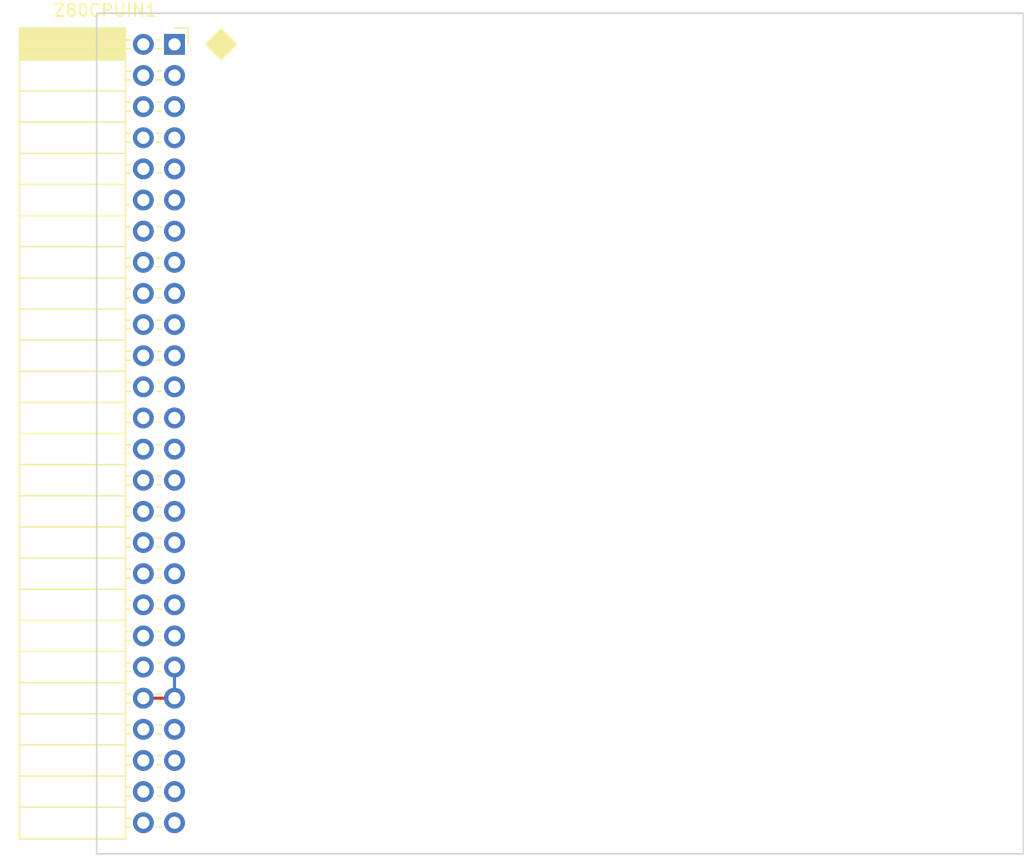
<source format=kicad_pcb>
(kicad_pcb (version 20171130) (host pcbnew "(5.1.4)-1")

  (general
    (thickness 1.6)
    (drawings 5)
    (tracks 2)
    (zones 0)
    (modules 1)
    (nets 51)
  )

  (page A4)
  (layers
    (0 F.Cu signal)
    (31 B.Cu signal)
    (32 B.Adhes user)
    (33 F.Adhes user)
    (34 B.Paste user)
    (35 F.Paste user)
    (36 B.SilkS user)
    (37 F.SilkS user)
    (38 B.Mask user)
    (39 F.Mask user)
    (40 Dwgs.User user)
    (41 Cmts.User user)
    (42 Eco1.User user)
    (43 Eco2.User user)
    (44 Edge.Cuts user)
    (45 Margin user)
    (46 B.CrtYd user)
    (47 F.CrtYd user)
    (48 B.Fab user)
    (49 F.Fab user)
  )

  (setup
    (last_trace_width 0.25)
    (trace_clearance 0.2)
    (zone_clearance 0.508)
    (zone_45_only no)
    (trace_min 0.2)
    (via_size 0.8)
    (via_drill 0.4)
    (via_min_size 0.4)
    (via_min_drill 0.3)
    (uvia_size 0.3)
    (uvia_drill 0.1)
    (uvias_allowed no)
    (uvia_min_size 0.2)
    (uvia_min_drill 0.1)
    (edge_width 0.05)
    (segment_width 0.2)
    (pcb_text_width 0.3)
    (pcb_text_size 1.5 1.5)
    (mod_edge_width 0.12)
    (mod_text_size 1 1)
    (mod_text_width 0.15)
    (pad_size 1.524 1.524)
    (pad_drill 0.762)
    (pad_to_mask_clearance 0.051)
    (solder_mask_min_width 0.25)
    (aux_axis_origin 0 0)
    (visible_elements 7FFFFFFF)
    (pcbplotparams
      (layerselection 0x010fc_ffffffff)
      (usegerberextensions false)
      (usegerberattributes false)
      (usegerberadvancedattributes false)
      (creategerberjobfile false)
      (excludeedgelayer true)
      (linewidth 0.100000)
      (plotframeref false)
      (viasonmask false)
      (mode 1)
      (useauxorigin false)
      (hpglpennumber 1)
      (hpglpenspeed 20)
      (hpglpendiameter 15.000000)
      (psnegative false)
      (psa4output false)
      (plotreference true)
      (plotvalue true)
      (plotinvisibletext false)
      (padsonsilk false)
      (subtractmaskfromsilk false)
      (outputformat 1)
      (mirror false)
      (drillshape 1)
      (scaleselection 1)
      (outputdirectory ""))
  )

  (net 0 "")
  (net 1 GND)
  (net 2 /~INT)
  (net 3 /~NMI)
  (net 4 /+9Vsm)
  (net 5 /~HALT)
  (net 6 /+5V)
  (net 7 /~MREQ)
  (net 8 /~CPUCLK)
  (net 9 /~IOREQ)
  (net 10 /A11)
  (net 11 /~RD)
  (net 12 /A12)
  (net 13 /~WR)
  (net 14 /A13)
  (net 15 /~BUSAK)
  (net 16 /A14)
  (net 17 /~WAIT)
  (net 18 /A15)
  (net 19 /~BUSRQ)
  (net 20 /DA4)
  (net 21 /~RESET)
  (net 22 /DA3)
  (net 23 /~M1)
  (net 24 /DA5)
  (net 25 /~REFSH)
  (net 26 /A2)
  (net 27 /A6)
  (net 28 /A10)
  (net 29 /A5)
  (net 30 /A9)
  (net 31 /A4)
  (net 32 /A8)
  (net 33 /A3)
  (net 34 /A7)
  (net 35 /A1)
  (net 36 /A0)
  (net 37 /DA0)
  (net 38 /DA1)
  (net 39 /DA2)
  (net 40 /DA6)
  (net 41 /DA7)
  (net 42 /~WE)
  (net 43 /A23)
  (net 44 /A17)
  (net 45 /A24)
  (net 46 /A16)
  (net 47 /A21)
  (net 48 /A19)
  (net 49 /A22)
  (net 50 /A18)

  (net_class Default "This is the default net class."
    (clearance 0.2)
    (trace_width 0.25)
    (via_dia 0.8)
    (via_drill 0.4)
    (uvia_dia 0.3)
    (uvia_drill 0.1)
    (add_net /+5V)
    (add_net /+9Vsm)
    (add_net /A0)
    (add_net /A1)
    (add_net /A10)
    (add_net /A11)
    (add_net /A12)
    (add_net /A13)
    (add_net /A14)
    (add_net /A15)
    (add_net /A16)
    (add_net /A17)
    (add_net /A18)
    (add_net /A19)
    (add_net /A2)
    (add_net /A21)
    (add_net /A22)
    (add_net /A23)
    (add_net /A24)
    (add_net /A3)
    (add_net /A4)
    (add_net /A5)
    (add_net /A6)
    (add_net /A7)
    (add_net /A8)
    (add_net /A9)
    (add_net /DA0)
    (add_net /DA1)
    (add_net /DA2)
    (add_net /DA3)
    (add_net /DA4)
    (add_net /DA5)
    (add_net /DA6)
    (add_net /DA7)
    (add_net /~BUSAK)
    (add_net /~BUSRQ)
    (add_net /~CPUCLK)
    (add_net /~HALT)
    (add_net /~INT)
    (add_net /~IOREQ)
    (add_net /~M1)
    (add_net /~MREQ)
    (add_net /~NMI)
    (add_net /~RD)
    (add_net /~REFSH)
    (add_net /~RESET)
    (add_net /~WAIT)
    (add_net /~WE)
    (add_net /~WR)
    (add_net GND)
  )

  (module Connector_PinSocket_2.54mm:PinSocket_2x26_P2.54mm_Horizontal (layer F.Cu) (tedit 5A19A42F) (tstamp 5DC70193)
    (at 69.85 66.04)
    (descr "Through hole angled socket strip, 2x26, 2.54mm pitch, 8.51mm socket length, double cols (from Kicad 4.0.7), script generated")
    (tags "Through hole angled socket strip THT 2x26 2.54mm double row")
    (path /5F80C84A)
    (fp_text reference Z80CPUIN1 (at -5.65 -2.77) (layer F.SilkS)
      (effects (font (size 1 1) (thickness 0.15)))
    )
    (fp_text value Conn_02x26_Odd_Even (at -5.65 66.27) (layer F.Fab)
      (effects (font (size 1 1) (thickness 0.15)))
    )
    (fp_text user %R (at -8.315 31.75 90) (layer F.Fab)
      (effects (font (size 1 1) (thickness 0.15)))
    )
    (fp_line (start 1.8 65.25) (end 1.8 -1.8) (layer F.CrtYd) (width 0.05))
    (fp_line (start -13.05 65.25) (end 1.8 65.25) (layer F.CrtYd) (width 0.05))
    (fp_line (start -13.05 -1.8) (end -13.05 65.25) (layer F.CrtYd) (width 0.05))
    (fp_line (start 1.8 -1.8) (end -13.05 -1.8) (layer F.CrtYd) (width 0.05))
    (fp_line (start 0 -1.33) (end 1.11 -1.33) (layer F.SilkS) (width 0.12))
    (fp_line (start 1.11 -1.33) (end 1.11 0) (layer F.SilkS) (width 0.12))
    (fp_line (start -12.63 -1.33) (end -12.63 64.83) (layer F.SilkS) (width 0.12))
    (fp_line (start -12.63 64.83) (end -4 64.83) (layer F.SilkS) (width 0.12))
    (fp_line (start -4 -1.33) (end -4 64.83) (layer F.SilkS) (width 0.12))
    (fp_line (start -12.63 -1.33) (end -4 -1.33) (layer F.SilkS) (width 0.12))
    (fp_line (start -12.63 62.23) (end -4 62.23) (layer F.SilkS) (width 0.12))
    (fp_line (start -12.63 59.69) (end -4 59.69) (layer F.SilkS) (width 0.12))
    (fp_line (start -12.63 57.15) (end -4 57.15) (layer F.SilkS) (width 0.12))
    (fp_line (start -12.63 54.61) (end -4 54.61) (layer F.SilkS) (width 0.12))
    (fp_line (start -12.63 52.07) (end -4 52.07) (layer F.SilkS) (width 0.12))
    (fp_line (start -12.63 49.53) (end -4 49.53) (layer F.SilkS) (width 0.12))
    (fp_line (start -12.63 46.99) (end -4 46.99) (layer F.SilkS) (width 0.12))
    (fp_line (start -12.63 44.45) (end -4 44.45) (layer F.SilkS) (width 0.12))
    (fp_line (start -12.63 41.91) (end -4 41.91) (layer F.SilkS) (width 0.12))
    (fp_line (start -12.63 39.37) (end -4 39.37) (layer F.SilkS) (width 0.12))
    (fp_line (start -12.63 36.83) (end -4 36.83) (layer F.SilkS) (width 0.12))
    (fp_line (start -12.63 34.29) (end -4 34.29) (layer F.SilkS) (width 0.12))
    (fp_line (start -12.63 31.75) (end -4 31.75) (layer F.SilkS) (width 0.12))
    (fp_line (start -12.63 29.21) (end -4 29.21) (layer F.SilkS) (width 0.12))
    (fp_line (start -12.63 26.67) (end -4 26.67) (layer F.SilkS) (width 0.12))
    (fp_line (start -12.63 24.13) (end -4 24.13) (layer F.SilkS) (width 0.12))
    (fp_line (start -12.63 21.59) (end -4 21.59) (layer F.SilkS) (width 0.12))
    (fp_line (start -12.63 19.05) (end -4 19.05) (layer F.SilkS) (width 0.12))
    (fp_line (start -12.63 16.51) (end -4 16.51) (layer F.SilkS) (width 0.12))
    (fp_line (start -12.63 13.97) (end -4 13.97) (layer F.SilkS) (width 0.12))
    (fp_line (start -12.63 11.43) (end -4 11.43) (layer F.SilkS) (width 0.12))
    (fp_line (start -12.63 8.89) (end -4 8.89) (layer F.SilkS) (width 0.12))
    (fp_line (start -12.63 6.35) (end -4 6.35) (layer F.SilkS) (width 0.12))
    (fp_line (start -12.63 3.81) (end -4 3.81) (layer F.SilkS) (width 0.12))
    (fp_line (start -12.63 1.27) (end -4 1.27) (layer F.SilkS) (width 0.12))
    (fp_line (start -1.49 63.86) (end -1.05 63.86) (layer F.SilkS) (width 0.12))
    (fp_line (start -4 63.86) (end -3.59 63.86) (layer F.SilkS) (width 0.12))
    (fp_line (start -1.49 63.14) (end -1.05 63.14) (layer F.SilkS) (width 0.12))
    (fp_line (start -4 63.14) (end -3.59 63.14) (layer F.SilkS) (width 0.12))
    (fp_line (start -1.49 61.32) (end -1.05 61.32) (layer F.SilkS) (width 0.12))
    (fp_line (start -4 61.32) (end -3.59 61.32) (layer F.SilkS) (width 0.12))
    (fp_line (start -1.49 60.6) (end -1.05 60.6) (layer F.SilkS) (width 0.12))
    (fp_line (start -4 60.6) (end -3.59 60.6) (layer F.SilkS) (width 0.12))
    (fp_line (start -1.49 58.78) (end -1.05 58.78) (layer F.SilkS) (width 0.12))
    (fp_line (start -4 58.78) (end -3.59 58.78) (layer F.SilkS) (width 0.12))
    (fp_line (start -1.49 58.06) (end -1.05 58.06) (layer F.SilkS) (width 0.12))
    (fp_line (start -4 58.06) (end -3.59 58.06) (layer F.SilkS) (width 0.12))
    (fp_line (start -1.49 56.24) (end -1.05 56.24) (layer F.SilkS) (width 0.12))
    (fp_line (start -4 56.24) (end -3.59 56.24) (layer F.SilkS) (width 0.12))
    (fp_line (start -1.49 55.52) (end -1.05 55.52) (layer F.SilkS) (width 0.12))
    (fp_line (start -4 55.52) (end -3.59 55.52) (layer F.SilkS) (width 0.12))
    (fp_line (start -1.49 53.7) (end -1.05 53.7) (layer F.SilkS) (width 0.12))
    (fp_line (start -4 53.7) (end -3.59 53.7) (layer F.SilkS) (width 0.12))
    (fp_line (start -1.49 52.98) (end -1.05 52.98) (layer F.SilkS) (width 0.12))
    (fp_line (start -4 52.98) (end -3.59 52.98) (layer F.SilkS) (width 0.12))
    (fp_line (start -1.49 51.16) (end -1.05 51.16) (layer F.SilkS) (width 0.12))
    (fp_line (start -4 51.16) (end -3.59 51.16) (layer F.SilkS) (width 0.12))
    (fp_line (start -1.49 50.44) (end -1.05 50.44) (layer F.SilkS) (width 0.12))
    (fp_line (start -4 50.44) (end -3.59 50.44) (layer F.SilkS) (width 0.12))
    (fp_line (start -1.49 48.62) (end -1.05 48.62) (layer F.SilkS) (width 0.12))
    (fp_line (start -4 48.62) (end -3.59 48.62) (layer F.SilkS) (width 0.12))
    (fp_line (start -1.49 47.9) (end -1.05 47.9) (layer F.SilkS) (width 0.12))
    (fp_line (start -4 47.9) (end -3.59 47.9) (layer F.SilkS) (width 0.12))
    (fp_line (start -1.49 46.08) (end -1.05 46.08) (layer F.SilkS) (width 0.12))
    (fp_line (start -4 46.08) (end -3.59 46.08) (layer F.SilkS) (width 0.12))
    (fp_line (start -1.49 45.36) (end -1.05 45.36) (layer F.SilkS) (width 0.12))
    (fp_line (start -4 45.36) (end -3.59 45.36) (layer F.SilkS) (width 0.12))
    (fp_line (start -1.49 43.54) (end -1.05 43.54) (layer F.SilkS) (width 0.12))
    (fp_line (start -4 43.54) (end -3.59 43.54) (layer F.SilkS) (width 0.12))
    (fp_line (start -1.49 42.82) (end -1.05 42.82) (layer F.SilkS) (width 0.12))
    (fp_line (start -4 42.82) (end -3.59 42.82) (layer F.SilkS) (width 0.12))
    (fp_line (start -1.49 41) (end -1.05 41) (layer F.SilkS) (width 0.12))
    (fp_line (start -4 41) (end -3.59 41) (layer F.SilkS) (width 0.12))
    (fp_line (start -1.49 40.28) (end -1.05 40.28) (layer F.SilkS) (width 0.12))
    (fp_line (start -4 40.28) (end -3.59 40.28) (layer F.SilkS) (width 0.12))
    (fp_line (start -1.49 38.46) (end -1.05 38.46) (layer F.SilkS) (width 0.12))
    (fp_line (start -4 38.46) (end -3.59 38.46) (layer F.SilkS) (width 0.12))
    (fp_line (start -1.49 37.74) (end -1.05 37.74) (layer F.SilkS) (width 0.12))
    (fp_line (start -4 37.74) (end -3.59 37.74) (layer F.SilkS) (width 0.12))
    (fp_line (start -1.49 35.92) (end -1.05 35.92) (layer F.SilkS) (width 0.12))
    (fp_line (start -4 35.92) (end -3.59 35.92) (layer F.SilkS) (width 0.12))
    (fp_line (start -1.49 35.2) (end -1.05 35.2) (layer F.SilkS) (width 0.12))
    (fp_line (start -4 35.2) (end -3.59 35.2) (layer F.SilkS) (width 0.12))
    (fp_line (start -1.49 33.38) (end -1.05 33.38) (layer F.SilkS) (width 0.12))
    (fp_line (start -4 33.38) (end -3.59 33.38) (layer F.SilkS) (width 0.12))
    (fp_line (start -1.49 32.66) (end -1.05 32.66) (layer F.SilkS) (width 0.12))
    (fp_line (start -4 32.66) (end -3.59 32.66) (layer F.SilkS) (width 0.12))
    (fp_line (start -1.49 30.84) (end -1.05 30.84) (layer F.SilkS) (width 0.12))
    (fp_line (start -4 30.84) (end -3.59 30.84) (layer F.SilkS) (width 0.12))
    (fp_line (start -1.49 30.12) (end -1.05 30.12) (layer F.SilkS) (width 0.12))
    (fp_line (start -4 30.12) (end -3.59 30.12) (layer F.SilkS) (width 0.12))
    (fp_line (start -1.49 28.3) (end -1.05 28.3) (layer F.SilkS) (width 0.12))
    (fp_line (start -4 28.3) (end -3.59 28.3) (layer F.SilkS) (width 0.12))
    (fp_line (start -1.49 27.58) (end -1.05 27.58) (layer F.SilkS) (width 0.12))
    (fp_line (start -4 27.58) (end -3.59 27.58) (layer F.SilkS) (width 0.12))
    (fp_line (start -1.49 25.76) (end -1.05 25.76) (layer F.SilkS) (width 0.12))
    (fp_line (start -4 25.76) (end -3.59 25.76) (layer F.SilkS) (width 0.12))
    (fp_line (start -1.49 25.04) (end -1.05 25.04) (layer F.SilkS) (width 0.12))
    (fp_line (start -4 25.04) (end -3.59 25.04) (layer F.SilkS) (width 0.12))
    (fp_line (start -1.49 23.22) (end -1.05 23.22) (layer F.SilkS) (width 0.12))
    (fp_line (start -4 23.22) (end -3.59 23.22) (layer F.SilkS) (width 0.12))
    (fp_line (start -1.49 22.5) (end -1.05 22.5) (layer F.SilkS) (width 0.12))
    (fp_line (start -4 22.5) (end -3.59 22.5) (layer F.SilkS) (width 0.12))
    (fp_line (start -1.49 20.68) (end -1.05 20.68) (layer F.SilkS) (width 0.12))
    (fp_line (start -4 20.68) (end -3.59 20.68) (layer F.SilkS) (width 0.12))
    (fp_line (start -1.49 19.96) (end -1.05 19.96) (layer F.SilkS) (width 0.12))
    (fp_line (start -4 19.96) (end -3.59 19.96) (layer F.SilkS) (width 0.12))
    (fp_line (start -1.49 18.14) (end -1.05 18.14) (layer F.SilkS) (width 0.12))
    (fp_line (start -4 18.14) (end -3.59 18.14) (layer F.SilkS) (width 0.12))
    (fp_line (start -1.49 17.42) (end -1.05 17.42) (layer F.SilkS) (width 0.12))
    (fp_line (start -4 17.42) (end -3.59 17.42) (layer F.SilkS) (width 0.12))
    (fp_line (start -1.49 15.6) (end -1.05 15.6) (layer F.SilkS) (width 0.12))
    (fp_line (start -4 15.6) (end -3.59 15.6) (layer F.SilkS) (width 0.12))
    (fp_line (start -1.49 14.88) (end -1.05 14.88) (layer F.SilkS) (width 0.12))
    (fp_line (start -4 14.88) (end -3.59 14.88) (layer F.SilkS) (width 0.12))
    (fp_line (start -1.49 13.06) (end -1.05 13.06) (layer F.SilkS) (width 0.12))
    (fp_line (start -4 13.06) (end -3.59 13.06) (layer F.SilkS) (width 0.12))
    (fp_line (start -1.49 12.34) (end -1.05 12.34) (layer F.SilkS) (width 0.12))
    (fp_line (start -4 12.34) (end -3.59 12.34) (layer F.SilkS) (width 0.12))
    (fp_line (start -1.49 10.52) (end -1.05 10.52) (layer F.SilkS) (width 0.12))
    (fp_line (start -4 10.52) (end -3.59 10.52) (layer F.SilkS) (width 0.12))
    (fp_line (start -1.49 9.8) (end -1.05 9.8) (layer F.SilkS) (width 0.12))
    (fp_line (start -4 9.8) (end -3.59 9.8) (layer F.SilkS) (width 0.12))
    (fp_line (start -1.49 7.98) (end -1.05 7.98) (layer F.SilkS) (width 0.12))
    (fp_line (start -4 7.98) (end -3.59 7.98) (layer F.SilkS) (width 0.12))
    (fp_line (start -1.49 7.26) (end -1.05 7.26) (layer F.SilkS) (width 0.12))
    (fp_line (start -4 7.26) (end -3.59 7.26) (layer F.SilkS) (width 0.12))
    (fp_line (start -1.49 5.44) (end -1.05 5.44) (layer F.SilkS) (width 0.12))
    (fp_line (start -4 5.44) (end -3.59 5.44) (layer F.SilkS) (width 0.12))
    (fp_line (start -1.49 4.72) (end -1.05 4.72) (layer F.SilkS) (width 0.12))
    (fp_line (start -4 4.72) (end -3.59 4.72) (layer F.SilkS) (width 0.12))
    (fp_line (start -1.49 2.9) (end -1.05 2.9) (layer F.SilkS) (width 0.12))
    (fp_line (start -4 2.9) (end -3.59 2.9) (layer F.SilkS) (width 0.12))
    (fp_line (start -1.49 2.18) (end -1.05 2.18) (layer F.SilkS) (width 0.12))
    (fp_line (start -4 2.18) (end -3.59 2.18) (layer F.SilkS) (width 0.12))
    (fp_line (start -1.49 0.36) (end -1.11 0.36) (layer F.SilkS) (width 0.12))
    (fp_line (start -4 0.36) (end -3.59 0.36) (layer F.SilkS) (width 0.12))
    (fp_line (start -1.49 -0.36) (end -1.11 -0.36) (layer F.SilkS) (width 0.12))
    (fp_line (start -4 -0.36) (end -3.59 -0.36) (layer F.SilkS) (width 0.12))
    (fp_line (start -12.63 1.1519) (end -4 1.1519) (layer F.SilkS) (width 0.12))
    (fp_line (start -12.63 1.033805) (end -4 1.033805) (layer F.SilkS) (width 0.12))
    (fp_line (start -12.63 0.91571) (end -4 0.91571) (layer F.SilkS) (width 0.12))
    (fp_line (start -12.63 0.797615) (end -4 0.797615) (layer F.SilkS) (width 0.12))
    (fp_line (start -12.63 0.67952) (end -4 0.67952) (layer F.SilkS) (width 0.12))
    (fp_line (start -12.63 0.561425) (end -4 0.561425) (layer F.SilkS) (width 0.12))
    (fp_line (start -12.63 0.44333) (end -4 0.44333) (layer F.SilkS) (width 0.12))
    (fp_line (start -12.63 0.325235) (end -4 0.325235) (layer F.SilkS) (width 0.12))
    (fp_line (start -12.63 0.20714) (end -4 0.20714) (layer F.SilkS) (width 0.12))
    (fp_line (start -12.63 0.089045) (end -4 0.089045) (layer F.SilkS) (width 0.12))
    (fp_line (start -12.63 -0.02905) (end -4 -0.02905) (layer F.SilkS) (width 0.12))
    (fp_line (start -12.63 -0.147145) (end -4 -0.147145) (layer F.SilkS) (width 0.12))
    (fp_line (start -12.63 -0.26524) (end -4 -0.26524) (layer F.SilkS) (width 0.12))
    (fp_line (start -12.63 -0.383335) (end -4 -0.383335) (layer F.SilkS) (width 0.12))
    (fp_line (start -12.63 -0.50143) (end -4 -0.50143) (layer F.SilkS) (width 0.12))
    (fp_line (start -12.63 -0.619525) (end -4 -0.619525) (layer F.SilkS) (width 0.12))
    (fp_line (start -12.63 -0.73762) (end -4 -0.73762) (layer F.SilkS) (width 0.12))
    (fp_line (start -12.63 -0.855715) (end -4 -0.855715) (layer F.SilkS) (width 0.12))
    (fp_line (start -12.63 -0.97381) (end -4 -0.97381) (layer F.SilkS) (width 0.12))
    (fp_line (start -12.63 -1.091905) (end -4 -1.091905) (layer F.SilkS) (width 0.12))
    (fp_line (start -12.63 -1.21) (end -4 -1.21) (layer F.SilkS) (width 0.12))
    (fp_line (start 0 63.8) (end 0 63.2) (layer F.Fab) (width 0.1))
    (fp_line (start -4.06 63.8) (end 0 63.8) (layer F.Fab) (width 0.1))
    (fp_line (start 0 63.2) (end -4.06 63.2) (layer F.Fab) (width 0.1))
    (fp_line (start 0 61.26) (end 0 60.66) (layer F.Fab) (width 0.1))
    (fp_line (start -4.06 61.26) (end 0 61.26) (layer F.Fab) (width 0.1))
    (fp_line (start 0 60.66) (end -4.06 60.66) (layer F.Fab) (width 0.1))
    (fp_line (start 0 58.72) (end 0 58.12) (layer F.Fab) (width 0.1))
    (fp_line (start -4.06 58.72) (end 0 58.72) (layer F.Fab) (width 0.1))
    (fp_line (start 0 58.12) (end -4.06 58.12) (layer F.Fab) (width 0.1))
    (fp_line (start 0 56.18) (end 0 55.58) (layer F.Fab) (width 0.1))
    (fp_line (start -4.06 56.18) (end 0 56.18) (layer F.Fab) (width 0.1))
    (fp_line (start 0 55.58) (end -4.06 55.58) (layer F.Fab) (width 0.1))
    (fp_line (start 0 53.64) (end 0 53.04) (layer F.Fab) (width 0.1))
    (fp_line (start -4.06 53.64) (end 0 53.64) (layer F.Fab) (width 0.1))
    (fp_line (start 0 53.04) (end -4.06 53.04) (layer F.Fab) (width 0.1))
    (fp_line (start 0 51.1) (end 0 50.5) (layer F.Fab) (width 0.1))
    (fp_line (start -4.06 51.1) (end 0 51.1) (layer F.Fab) (width 0.1))
    (fp_line (start 0 50.5) (end -4.06 50.5) (layer F.Fab) (width 0.1))
    (fp_line (start 0 48.56) (end 0 47.96) (layer F.Fab) (width 0.1))
    (fp_line (start -4.06 48.56) (end 0 48.56) (layer F.Fab) (width 0.1))
    (fp_line (start 0 47.96) (end -4.06 47.96) (layer F.Fab) (width 0.1))
    (fp_line (start 0 46.02) (end 0 45.42) (layer F.Fab) (width 0.1))
    (fp_line (start -4.06 46.02) (end 0 46.02) (layer F.Fab) (width 0.1))
    (fp_line (start 0 45.42) (end -4.06 45.42) (layer F.Fab) (width 0.1))
    (fp_line (start 0 43.48) (end 0 42.88) (layer F.Fab) (width 0.1))
    (fp_line (start -4.06 43.48) (end 0 43.48) (layer F.Fab) (width 0.1))
    (fp_line (start 0 42.88) (end -4.06 42.88) (layer F.Fab) (width 0.1))
    (fp_line (start 0 40.94) (end 0 40.34) (layer F.Fab) (width 0.1))
    (fp_line (start -4.06 40.94) (end 0 40.94) (layer F.Fab) (width 0.1))
    (fp_line (start 0 40.34) (end -4.06 40.34) (layer F.Fab) (width 0.1))
    (fp_line (start 0 38.4) (end 0 37.8) (layer F.Fab) (width 0.1))
    (fp_line (start -4.06 38.4) (end 0 38.4) (layer F.Fab) (width 0.1))
    (fp_line (start 0 37.8) (end -4.06 37.8) (layer F.Fab) (width 0.1))
    (fp_line (start 0 35.86) (end 0 35.26) (layer F.Fab) (width 0.1))
    (fp_line (start -4.06 35.86) (end 0 35.86) (layer F.Fab) (width 0.1))
    (fp_line (start 0 35.26) (end -4.06 35.26) (layer F.Fab) (width 0.1))
    (fp_line (start 0 33.32) (end 0 32.72) (layer F.Fab) (width 0.1))
    (fp_line (start -4.06 33.32) (end 0 33.32) (layer F.Fab) (width 0.1))
    (fp_line (start 0 32.72) (end -4.06 32.72) (layer F.Fab) (width 0.1))
    (fp_line (start 0 30.78) (end 0 30.18) (layer F.Fab) (width 0.1))
    (fp_line (start -4.06 30.78) (end 0 30.78) (layer F.Fab) (width 0.1))
    (fp_line (start 0 30.18) (end -4.06 30.18) (layer F.Fab) (width 0.1))
    (fp_line (start 0 28.24) (end 0 27.64) (layer F.Fab) (width 0.1))
    (fp_line (start -4.06 28.24) (end 0 28.24) (layer F.Fab) (width 0.1))
    (fp_line (start 0 27.64) (end -4.06 27.64) (layer F.Fab) (width 0.1))
    (fp_line (start 0 25.7) (end 0 25.1) (layer F.Fab) (width 0.1))
    (fp_line (start -4.06 25.7) (end 0 25.7) (layer F.Fab) (width 0.1))
    (fp_line (start 0 25.1) (end -4.06 25.1) (layer F.Fab) (width 0.1))
    (fp_line (start 0 23.16) (end 0 22.56) (layer F.Fab) (width 0.1))
    (fp_line (start -4.06 23.16) (end 0 23.16) (layer F.Fab) (width 0.1))
    (fp_line (start 0 22.56) (end -4.06 22.56) (layer F.Fab) (width 0.1))
    (fp_line (start 0 20.62) (end 0 20.02) (layer F.Fab) (width 0.1))
    (fp_line (start -4.06 20.62) (end 0 20.62) (layer F.Fab) (width 0.1))
    (fp_line (start 0 20.02) (end -4.06 20.02) (layer F.Fab) (width 0.1))
    (fp_line (start 0 18.08) (end 0 17.48) (layer F.Fab) (width 0.1))
    (fp_line (start -4.06 18.08) (end 0 18.08) (layer F.Fab) (width 0.1))
    (fp_line (start 0 17.48) (end -4.06 17.48) (layer F.Fab) (width 0.1))
    (fp_line (start 0 15.54) (end 0 14.94) (layer F.Fab) (width 0.1))
    (fp_line (start -4.06 15.54) (end 0 15.54) (layer F.Fab) (width 0.1))
    (fp_line (start 0 14.94) (end -4.06 14.94) (layer F.Fab) (width 0.1))
    (fp_line (start 0 13) (end 0 12.4) (layer F.Fab) (width 0.1))
    (fp_line (start -4.06 13) (end 0 13) (layer F.Fab) (width 0.1))
    (fp_line (start 0 12.4) (end -4.06 12.4) (layer F.Fab) (width 0.1))
    (fp_line (start 0 10.46) (end 0 9.86) (layer F.Fab) (width 0.1))
    (fp_line (start -4.06 10.46) (end 0 10.46) (layer F.Fab) (width 0.1))
    (fp_line (start 0 9.86) (end -4.06 9.86) (layer F.Fab) (width 0.1))
    (fp_line (start 0 7.92) (end 0 7.32) (layer F.Fab) (width 0.1))
    (fp_line (start -4.06 7.92) (end 0 7.92) (layer F.Fab) (width 0.1))
    (fp_line (start 0 7.32) (end -4.06 7.32) (layer F.Fab) (width 0.1))
    (fp_line (start 0 5.38) (end 0 4.78) (layer F.Fab) (width 0.1))
    (fp_line (start -4.06 5.38) (end 0 5.38) (layer F.Fab) (width 0.1))
    (fp_line (start 0 4.78) (end -4.06 4.78) (layer F.Fab) (width 0.1))
    (fp_line (start 0 2.84) (end 0 2.24) (layer F.Fab) (width 0.1))
    (fp_line (start -4.06 2.84) (end 0 2.84) (layer F.Fab) (width 0.1))
    (fp_line (start 0 2.24) (end -4.06 2.24) (layer F.Fab) (width 0.1))
    (fp_line (start 0 0.3) (end 0 -0.3) (layer F.Fab) (width 0.1))
    (fp_line (start -4.06 0.3) (end 0 0.3) (layer F.Fab) (width 0.1))
    (fp_line (start 0 -0.3) (end -4.06 -0.3) (layer F.Fab) (width 0.1))
    (fp_line (start -12.57 64.77) (end -12.57 -1.27) (layer F.Fab) (width 0.1))
    (fp_line (start -4.06 64.77) (end -12.57 64.77) (layer F.Fab) (width 0.1))
    (fp_line (start -4.06 -0.3) (end -4.06 64.77) (layer F.Fab) (width 0.1))
    (fp_line (start -5.03 -1.27) (end -4.06 -0.3) (layer F.Fab) (width 0.1))
    (fp_line (start -12.57 -1.27) (end -5.03 -1.27) (layer F.Fab) (width 0.1))
    (pad 52 thru_hole oval (at -2.54 63.5) (size 1.7 1.7) (drill 1) (layers *.Cu *.Mask)
      (net 47 /A21))
    (pad 51 thru_hole oval (at 0 63.5) (size 1.7 1.7) (drill 1) (layers *.Cu *.Mask)
      (net 48 /A19))
    (pad 50 thru_hole oval (at -2.54 60.96) (size 1.7 1.7) (drill 1) (layers *.Cu *.Mask)
      (net 49 /A22))
    (pad 49 thru_hole oval (at 0 60.96) (size 1.7 1.7) (drill 1) (layers *.Cu *.Mask)
      (net 50 /A18))
    (pad 48 thru_hole oval (at -2.54 58.42) (size 1.7 1.7) (drill 1) (layers *.Cu *.Mask)
      (net 43 /A23))
    (pad 47 thru_hole oval (at 0 58.42) (size 1.7 1.7) (drill 1) (layers *.Cu *.Mask)
      (net 44 /A17))
    (pad 46 thru_hole oval (at -2.54 55.88) (size 1.7 1.7) (drill 1) (layers *.Cu *.Mask)
      (net 45 /A24))
    (pad 45 thru_hole oval (at 0 55.88) (size 1.7 1.7) (drill 1) (layers *.Cu *.Mask)
      (net 46 /A16))
    (pad 44 thru_hole oval (at -2.54 53.34) (size 1.7 1.7) (drill 1) (layers *.Cu *.Mask)
      (net 1 GND))
    (pad 43 thru_hole oval (at 0 53.34) (size 1.7 1.7) (drill 1) (layers *.Cu *.Mask)
      (net 1 GND))
    (pad 42 thru_hole oval (at -2.54 50.8) (size 1.7 1.7) (drill 1) (layers *.Cu *.Mask)
      (net 2 /~INT))
    (pad 41 thru_hole oval (at 0 50.8) (size 1.7 1.7) (drill 1) (layers *.Cu *.Mask)
      (net 1 GND))
    (pad 40 thru_hole oval (at -2.54 48.26) (size 1.7 1.7) (drill 1) (layers *.Cu *.Mask)
      (net 3 /~NMI))
    (pad 39 thru_hole oval (at 0 48.26) (size 1.7 1.7) (drill 1) (layers *.Cu *.Mask)
      (net 4 /+9Vsm))
    (pad 38 thru_hole oval (at -2.54 45.72) (size 1.7 1.7) (drill 1) (layers *.Cu *.Mask)
      (net 5 /~HALT))
    (pad 37 thru_hole oval (at 0 45.72) (size 1.7 1.7) (drill 1) (layers *.Cu *.Mask)
      (net 6 /+5V))
    (pad 36 thru_hole oval (at -2.54 43.18) (size 1.7 1.7) (drill 1) (layers *.Cu *.Mask)
      (net 7 /~MREQ))
    (pad 35 thru_hole oval (at 0 43.18) (size 1.7 1.7) (drill 1) (layers *.Cu *.Mask)
      (net 8 /~CPUCLK))
    (pad 34 thru_hole oval (at -2.54 40.64) (size 1.7 1.7) (drill 1) (layers *.Cu *.Mask)
      (net 9 /~IOREQ))
    (pad 33 thru_hole oval (at 0 40.64) (size 1.7 1.7) (drill 1) (layers *.Cu *.Mask)
      (net 10 /A11))
    (pad 32 thru_hole oval (at -2.54 38.1) (size 1.7 1.7) (drill 1) (layers *.Cu *.Mask)
      (net 11 /~RD))
    (pad 31 thru_hole oval (at 0 38.1) (size 1.7 1.7) (drill 1) (layers *.Cu *.Mask)
      (net 12 /A12))
    (pad 30 thru_hole oval (at -2.54 35.56) (size 1.7 1.7) (drill 1) (layers *.Cu *.Mask)
      (net 13 /~WR))
    (pad 29 thru_hole oval (at 0 35.56) (size 1.7 1.7) (drill 1) (layers *.Cu *.Mask)
      (net 14 /A13))
    (pad 28 thru_hole oval (at -2.54 33.02) (size 1.7 1.7) (drill 1) (layers *.Cu *.Mask)
      (net 15 /~BUSAK))
    (pad 27 thru_hole oval (at 0 33.02) (size 1.7 1.7) (drill 1) (layers *.Cu *.Mask)
      (net 16 /A14))
    (pad 26 thru_hole oval (at -2.54 30.48) (size 1.7 1.7) (drill 1) (layers *.Cu *.Mask)
      (net 17 /~WAIT))
    (pad 25 thru_hole oval (at 0 30.48) (size 1.7 1.7) (drill 1) (layers *.Cu *.Mask)
      (net 18 /A15))
    (pad 24 thru_hole oval (at -2.54 27.94) (size 1.7 1.7) (drill 1) (layers *.Cu *.Mask)
      (net 19 /~BUSRQ))
    (pad 23 thru_hole oval (at 0 27.94) (size 1.7 1.7) (drill 1) (layers *.Cu *.Mask)
      (net 20 /DA4))
    (pad 22 thru_hole oval (at -2.54 25.4) (size 1.7 1.7) (drill 1) (layers *.Cu *.Mask)
      (net 21 /~RESET))
    (pad 21 thru_hole oval (at 0 25.4) (size 1.7 1.7) (drill 1) (layers *.Cu *.Mask)
      (net 22 /DA3))
    (pad 20 thru_hole oval (at -2.54 22.86) (size 1.7 1.7) (drill 1) (layers *.Cu *.Mask)
      (net 23 /~M1))
    (pad 19 thru_hole oval (at 0 22.86) (size 1.7 1.7) (drill 1) (layers *.Cu *.Mask)
      (net 24 /DA5))
    (pad 18 thru_hole oval (at -2.54 20.32) (size 1.7 1.7) (drill 1) (layers *.Cu *.Mask)
      (net 25 /~REFSH))
    (pad 17 thru_hole oval (at 0 20.32) (size 1.7 1.7) (drill 1) (layers *.Cu *.Mask)
      (net 26 /A2))
    (pad 16 thru_hole oval (at -2.54 17.78) (size 1.7 1.7) (drill 1) (layers *.Cu *.Mask)
      (net 27 /A6))
    (pad 15 thru_hole oval (at 0 17.78) (size 1.7 1.7) (drill 1) (layers *.Cu *.Mask)
      (net 28 /A10))
    (pad 14 thru_hole oval (at -2.54 15.24) (size 1.7 1.7) (drill 1) (layers *.Cu *.Mask)
      (net 29 /A5))
    (pad 13 thru_hole oval (at 0 15.24) (size 1.7 1.7) (drill 1) (layers *.Cu *.Mask)
      (net 30 /A9))
    (pad 12 thru_hole oval (at -2.54 12.7) (size 1.7 1.7) (drill 1) (layers *.Cu *.Mask)
      (net 31 /A4))
    (pad 11 thru_hole oval (at 0 12.7) (size 1.7 1.7) (drill 1) (layers *.Cu *.Mask)
      (net 32 /A8))
    (pad 10 thru_hole oval (at -2.54 10.16) (size 1.7 1.7) (drill 1) (layers *.Cu *.Mask)
      (net 33 /A3))
    (pad 9 thru_hole oval (at 0 10.16) (size 1.7 1.7) (drill 1) (layers *.Cu *.Mask)
      (net 34 /A7))
    (pad 8 thru_hole oval (at -2.54 7.62) (size 1.7 1.7) (drill 1) (layers *.Cu *.Mask)
      (net 35 /A1))
    (pad 7 thru_hole oval (at 0 7.62) (size 1.7 1.7) (drill 1) (layers *.Cu *.Mask)
      (net 36 /A0))
    (pad 6 thru_hole oval (at -2.54 5.08) (size 1.7 1.7) (drill 1) (layers *.Cu *.Mask)
      (net 37 /DA0))
    (pad 5 thru_hole oval (at 0 5.08) (size 1.7 1.7) (drill 1) (layers *.Cu *.Mask)
      (net 38 /DA1))
    (pad 4 thru_hole oval (at -2.54 2.54) (size 1.7 1.7) (drill 1) (layers *.Cu *.Mask)
      (net 39 /DA2))
    (pad 3 thru_hole oval (at 0 2.54) (size 1.7 1.7) (drill 1) (layers *.Cu *.Mask)
      (net 40 /DA6))
    (pad 2 thru_hole oval (at -2.54 0) (size 1.7 1.7) (drill 1) (layers *.Cu *.Mask)
      (net 41 /DA7))
    (pad 1 thru_hole rect (at 0 0) (size 1.7 1.7) (drill 1) (layers *.Cu *.Mask)
      (net 42 /~WE))
    (model ${KISYS3DMOD}/Connector_PinSocket_2.54mm.3dshapes/PinSocket_2x26_P2.54mm_Horizontal.wrl
      (at (xyz 0 0 0))
      (scale (xyz 1 1 1))
      (rotate (xyz 0 0 0))
    )
  )

  (gr_poly (pts (xy 72.39 66.04) (xy 73.66 64.77) (xy 74.93 66.04) (xy 73.66 67.31)) (layer F.SilkS) (width 0.1) (tstamp 5DC73B7C))
  (gr_line (start 63.5 132.08) (end 63.5 63.5) (layer Edge.Cuts) (width 0.12) (tstamp 5DC7055F))
  (gr_line (start 139.065 132.08) (end 63.5 132.08) (layer Edge.Cuts) (width 0.12))
  (gr_line (start 139.065 63.5) (end 139.065 132.08) (layer Edge.Cuts) (width 0.12))
  (gr_line (start 63.5 63.5) (end 139.065 63.5) (layer Edge.Cuts) (width 0.12))

  (segment (start 69.85 119.38) (end 67.31 119.38) (width 0.25) (layer F.Cu) (net 1))
  (segment (start 69.85 116.84) (end 69.85 119.38) (width 0.25) (layer B.Cu) (net 1))

)

</source>
